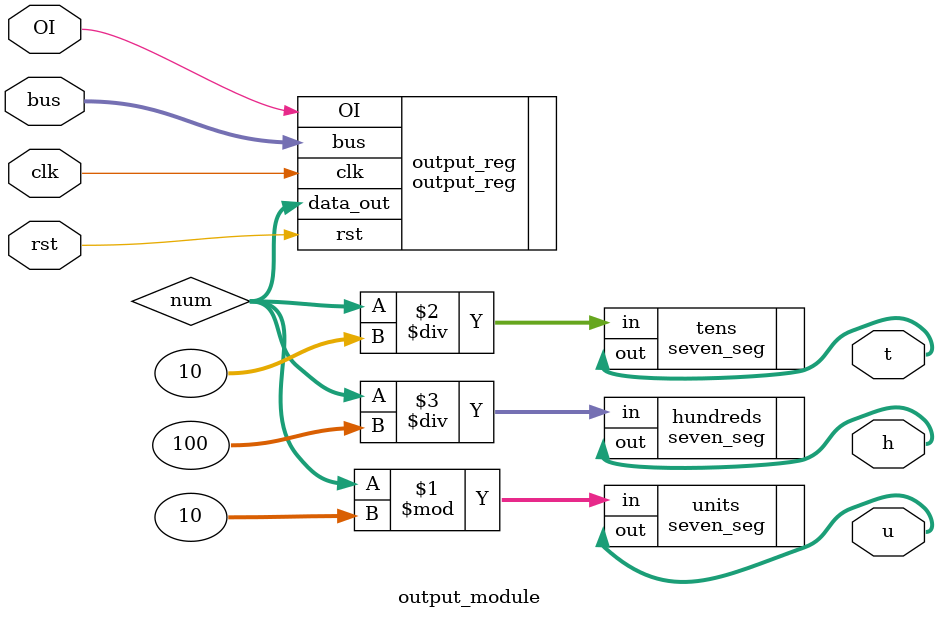
<source format=v>
module output_module (
	// System Signals
	input clk,
	input rst,
	// Inputs
	inout [7:0] bus,
	// Control Signals
	input OI,
	// Output
	output [6:0] u,
	output [6:0] t,
	output [6:0] h
	);
	
	wire [7:0] num;
	
	output_reg output_reg (
		.clk(clk),
		.rst(rst),
		.bus(bus),
		.OI(OI),
		.data_out(num)
	);
	
	seven_seg units (
		.in(num % 10),
		.out(u)
	);
	
	seven_seg tens (
		.in(num/10),
		.out(t)
	);
	
	seven_seg hundreds (
		.in(num / 100),
		.out(h)
	);
	
endmodule
</source>
